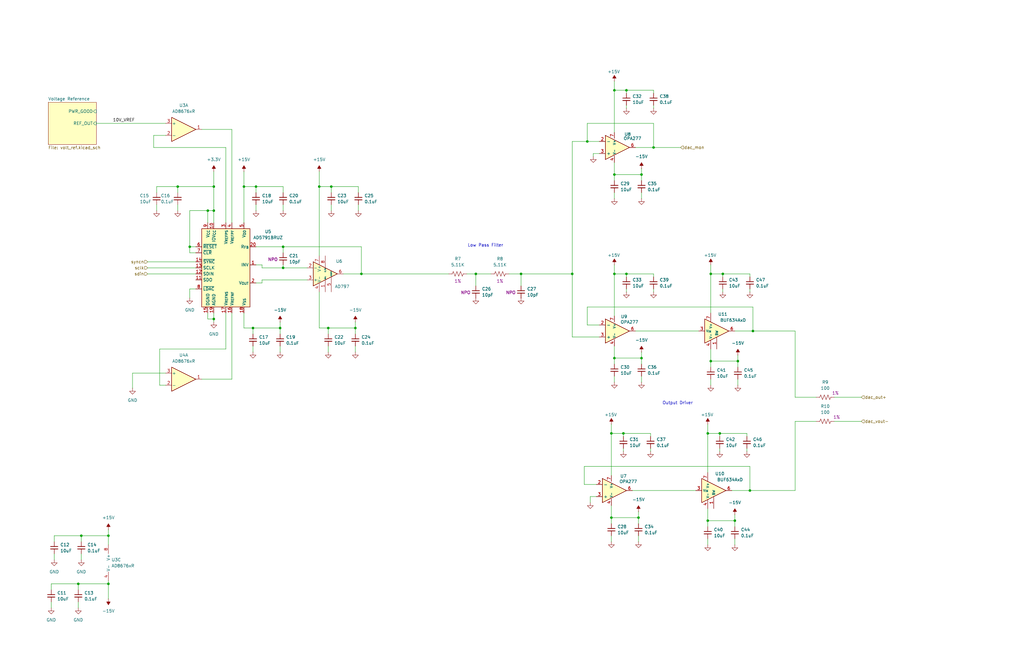
<source format=kicad_sch>
(kicad_sch (version 20250114) (generator "eeschema") (generator_version "9.0")
  (paper "B")
  (lib_symbols
    (symbol "Amplifier_Buffer:BUF634AxD"
      (property "Reference" "U" (at 6.35 2.54 0))
      (property "Value" "BUF634AxD" (at 7.62 -2.54 0))
      (symbol "BUF634AxD_0_1"
        (polyline (pts (xy 5.08 0) (xy -5.08 5.08) (xy -5.08 -5.08) (xy 5.08 0)) (stroke (width 0.254)) (fill (type background)))
      )
      (symbol "BUF634AxD_1_1"
        (pin input line (at -7.62 0 0) (length 2.54) (name "V_{IN}") (number "3"))
        (pin no_connect line (at -5.08 5.08 0) (length 2.54) (hide yes) (name "NC") (number "2"))
        (pin no_connect line (at -5.08 2.54 0) (length 2.54) (hide yes) (name "NC") (number "5"))
        (pin no_connect line (at -5.08 -2.54 0) (length 2.54) (hide yes) (name "NC") (number "8"))
        (pin power_in line (at -2.54 7.62 270) (length 3.81) (name "V+") (number "7"))
        (pin power_in line (at -2.54 -7.62 90) (length 3.81) (name "V-") (number "4"))
        (pin input line (at 0 -7.62 90) (length 5.08) (name "BW") (number "1"))
        (pin output line (at 7.62 0 180) (length 2.54) (name "~") (number "6"))
      )
    )
    (symbol "Amplifier_Operational:AD8676xR" (pin_names (offset 0.127))
      (property "Reference" "U" (at 2.54 6.35 0))
      (property "Value" "AD8676xR" (at 2.54 3.81 0))
      (symbol "AD8676xR_1_1"
        (polyline (pts (xy 5.08 0) (xy -5.08 5.08) (xy -5.08 -5.08) (xy 5.08 0)) (stroke (width 0.254)) (fill (type background)))
        (pin input line (at -7.62 2.54 0) (length 2.54) (name "+") (number "3"))
        (pin input line (at -7.62 -2.54 0) (length 2.54) (name "-") (number "2"))
        (pin output line (at 7.62 0 180) (length 2.54) (name "~") (number "1"))
      )
      (symbol "AD8676xR_2_1"
        (polyline (pts (xy 5.08 0) (xy -5.08 5.08) (xy -5.08 -5.08) (xy 5.08 0)) (stroke (width 0.254)) (fill (type background)))
        (pin input line (at -7.62 2.54 0) (length 2.54) (name "+") (number "5"))
        (pin input line (at -7.62 -2.54 0) (length 2.54) (name "-") (number "6"))
        (pin output line (at 7.62 0 180) (length 2.54) (name "~") (number "7"))
      )
      (symbol "AD8676xR_3_1"
        (pin power_in line (at 0 7.62 270) (length 3.81) (name "V+") (number "8"))
        (pin power_in line (at 0 -7.62 90) (length 3.81) (name "V-") (number "4"))
      )
    )
    (symbol "Device:C_Small" (pin_numbers (hide yes)) (pin_names (offset 0.254) (hide yes))
      (property "Reference" "C" (at 0.254 1.778 0))
      (property "Value" "C_Small" (at 0.254 -2.032 0))
      (symbol "C_Small_0_1"
        (polyline (pts (xy -1.524 0.508) (xy 1.524 0.508)) (stroke (width 0.3048)))
        (polyline (pts (xy -1.524 -0.508) (xy 1.524 -0.508)) (stroke (width 0.3302)))
      )
      (symbol "C_Small_1_1"
        (pin passive line (at 0 2.54 270) (length 2.032) (name "~") (number "1"))
        (pin passive line (at 0 -2.54 90) (length 2.032) (name "~") (number "2"))
      )
    )
    (symbol "Device:R_US" (pin_numbers (hide yes)) (pin_names (offset 0))
      (property "Reference" "R" (at 2.54 0 90))
      (property "Value" "R_US" (at -2.54 0 90))
      (symbol "R_US_0_1"
        (polyline (pts (xy 0 2.286) (xy 0 2.54)))
        (polyline (pts (xy 0 2.286) (xy 1.016 1.905) (xy 0 1.524) (xy -1.016 1.143) (xy 0 0.762)))
        (polyline (pts (xy 0 0.762) (xy 1.016 0.381) (xy 0 0) (xy -1.016 -0.381) (xy 0 -0.762)))
        (polyline (pts (xy 0 -0.762) (xy 1.016 -1.143) (xy 0 -1.524) (xy -1.016 -1.905) (xy 0 -2.286)))
        (polyline (pts (xy 0 -2.286) (xy 0 -2.54)))
      )
      (symbol "R_US_1_1"
        (pin passive line (at 0 3.81 270) (length 1.27) (name "~") (number "1"))
        (pin passive line (at 0 -3.81 90) (length 1.27) (name "~") (number "2"))
      )
    )
    (symbol "PSC:+15V" (power) (pin_numbers (hide yes)) (pin_names (offset 0) (hide yes))
      (property "Value" "+15V" (at 0 3.556 0))
      (symbol "+15V_0_0"
        (pin power_in line (at 0 0 90) (length 0) (name "~") (number "1"))
      )
      (symbol "+15V_0_1"
        (polyline (pts (xy 0 0) (xy 0 1.27) (xy 0.762 1.27) (xy 0 2.54) (xy -0.762 1.27) (xy 0 1.27)) (fill (type outline)))
      )
    )
    (symbol "PSC:+3V3" (power) (pin_numbers (hide yes)) (pin_names (offset 0) (hide yes))
      (property "Value" "+3.3V" (at 0 3.556 0))
      (symbol "+3V3_0_0"
        (pin power_in line (at 0 0 90) (length 0) (name "~") (number "1"))
      )
      (symbol "+3V3_0_1"
        (polyline (pts (xy 0 0) (xy 0 1.27) (xy 0.762 1.27) (xy 0 2.54) (xy -0.762 1.27) (xy 0 1.27)) (fill (type outline)))
      )
    )
    (symbol "PSC:AD5791BRUZ"
      (property "Reference" "U4" (at 17.78 14.0402 0))
      (property "Value" "AD5791BRUZ" (at 17.78 11.5002 0))
      (symbol "AD5791BRUZ_1_1"
        (rectangle (start -10.16 15.24) (end 10.16 -17.78) (stroke (width 0.254)) (fill (type background)))
        (pin input line (at -12.7 7.62 0) (length 2.54) (name "~{RESET}") (number "6"))
        (pin input line (at -12.7 5.08 0) (length 2.54) (name "~{CLR}") (number "7"))
        (pin input line (at -12.7 1.27 0) (length 2.54) (name "~{SYNC}") (number "14"))
        (pin input line (at -12.7 -1.27 0) (length 2.54) (name "SCLK") (number "13"))
        (pin input line (at -12.7 -3.81 0) (length 2.54) (name "SDIN") (number "12"))
        (pin output line (at -12.7 -6.35 0) (length 2.54) (name "SDO") (number "11"))
        (pin input line (at -12.7 -10.16 0) (length 2.54) (name "~{LDAC}") (number "8"))
        (pin power_in line (at -7.62 17.78 270) (length 2.54) (name "V_{CC}") (number "9"))
        (pin power_in line (at -7.62 -20.32 90) (length 2.54) (name "DGND") (number "15"))
        (pin power_in line (at -5.08 17.78 270) (length 2.54) (name "IOV_{CC}") (number "10"))
        (pin power_in line (at -5.08 -20.32 90) (length 2.54) (name "AGND") (number "19"))
        (pin output line (at 0 17.78 270) (length 2.54) (name "V_{REFPS}") (number "3"))
        (pin output line (at 0 -20.32 90) (length 2.54) (name "V_{REFNS}") (number "17"))
        (pin input line (at 2.54 17.78 270) (length 2.54) (name "V_{REFPF}") (number "4"))
        (pin input line (at 2.54 -20.32 90) (length 2.54) (name "V_{REFNF}") (number "16"))
        (pin power_in line (at 7.62 17.78 270) (length 2.54) (name "V_{DD}") (number "5"))
        (pin power_in line (at 7.62 -20.32 90) (length 2.54) (name "V_{SS}") (number "18"))
        (pin passive line (at 12.7 7.62 180) (length 2.54) (name "R_{FB}") (number "20"))
        (pin output line (at 12.7 0 180) (length 2.54) (name "INV") (number "1"))
        (pin output line (at 12.7 -7.62 180) (length 2.54) (name "V_{OUT}") (number "2"))
      )
    )
    (symbol "PSC:AD797" (pin_names (offset 0.127))
      (property "Reference" "U" (at 1.27 6.35 0))
      (property "Value" "AD797" (at 1.27 3.81 0))
      (symbol "AD797_0_1"
        (polyline (pts (xy -5.08 5.08) (xy 5.08 0) (xy -5.08 -5.08) (xy -5.08 5.08)) (stroke (width 0.254)) (fill (type background)))
      )
      (symbol "AD797_1_1"
        (pin input line (at -7.62 2.54 0) (length 2.54) (name "-") (number "2"))
        (pin input line (at -7.62 -2.54 0) (length 2.54) (name "+") (number "3"))
        (pin power_in line (at -2.54 7.62 270) (length 3.81) (name "V+") (number "7"))
        (pin power_in line (at -2.54 -7.62 90) (length 3.81) (name "V-") (number "4"))
        (pin input line (at 0 7.62 270) (length 5.08) (name "C/B") (number "8"))
        (pin input line (at 0 -7.62 90) (length 5.08) (name "BAL") (number "1"))
        (pin input line (at 2.54 -7.62 90) (length 6.35) (name "COMP") (number "5"))
        (pin output line (at 7.62 0 180) (length 2.54) (name "~") (number "6"))
      )
    )
    (symbol "PSC:opa277"
      (property "Reference" "U" (at 5.842 -0.508 0))
      (property "Value" "OPA277" (at 8.382 -2.54 0))
      (symbol "opa277_0_1"
        (polyline (pts (xy -1.27 -1.27) (xy -1.27 -11.43) (xy 8.89 -6.35) (xy -1.27 -1.27)) (stroke (width 0.254)) (fill (type background)))
      )
      (symbol "opa277_1_1"
        (pin input line (at -3.81 -3.81 0) (length 2.54) (name "-") (number "2"))
        (pin input line (at -3.81 -8.89 0) (length 2.54) (name "+") (number "3"))
        (pin power_in line (at 2.54 0 270) (length 2.54) (name "V+") (number "7"))
        (pin power_in line (at 2.54 -12.7 90) (length 2.794) (name "V-") (number "4"))
        (pin output line (at 11.43 -6.35 180) (length 2.54) (name "") (number "6"))
      )
    )
    (symbol "power:-15V" (power) (pin_numbers (hide yes)) (pin_names (offset 0) (hide yes))
      (property "Value" "-15V" (at 0 3.556 0))
      (symbol "-15V_0_0"
        (pin power_in line (at 0 0 90) (length 0) (name "~") (number "1"))
      )
      (symbol "-15V_0_1"
        (polyline (pts (xy 0 0) (xy 0 1.27) (xy 0.762 1.27) (xy 0 2.54) (xy -0.762 1.27) (xy 0 1.27)) (fill (type outline)))
      )
    )
    (symbol "power:GND" (power) (pin_numbers (hide yes)) (pin_names (offset 0) (hide yes))
      (property "Value" "GND" (at 0 -3.81 0))
      (symbol "GND_0_1"
        (polyline (pts (xy 0 0) (xy 0 -1.27) (xy 1.27 -1.27) (xy 0 -2.54) (xy -1.27 -1.27) (xy 0 -1.27)))
      )
      (symbol "GND_1_1"
        (pin power_in line (at 0 0 270) (length 0) (name "~") (number "1"))
      )
    )
  )
  (text "Output Driver\n" (at 285.75 170.18 0) (effects (font (size 1.27 1.27))))
  (text "Low Pass Filter\n" (at 204.724 103.632 0) (effects (font (size 1.27 1.27))))
  (junction (at 259.08 115.57))
  (junction (at 270.51 151.13))
  (junction (at 45.72 246.38))
  (junction (at 317.5 139.7))
  (junction (at 106.68 138.43))
  (junction (at 304.8 115.57))
  (junction (at 298.45 219.71))
  (junction (at 138.43 138.43))
  (junction (at 134.62 78.74))
  (junction (at 90.17 78.74))
  (junction (at 152.4 115.57))
  (junction (at 264.16 38.1))
  (junction (at 309.88 219.71))
  (junction (at 275.59 62.23))
  (junction (at 299.72 115.57))
  (junction (at 316.23 207.01))
  (junction (at 311.15 152.4))
  (junction (at 200.66 115.57))
  (junction (at 269.24 218.44))
  (junction (at 259.08 151.13))
  (junction (at 118.11 138.43))
  (junction (at 259.08 38.1))
  (junction (at 303.53 182.88))
  (junction (at 45.72 226.06))
  (junction (at 34.29 226.06))
  (junction (at 119.38 104.14))
  (junction (at 299.72 152.4))
  (junction (at 74.93 78.74))
  (junction (at 247.65 59.69))
  (junction (at 80.01 104.14))
  (junction (at 264.16 115.57))
  (junction (at 241.3 115.57))
  (junction (at 119.38 113.03))
  (junction (at 257.81 182.88))
  (junction (at 90.17 134.62))
  (junction (at 298.45 182.88))
  (junction (at 107.95 78.74))
  (junction (at 257.81 218.44))
  (junction (at 87.63 88.9))
  (junction (at 139.7 78.74))
  (junction (at 33.02 246.38))
  (junction (at 219.71 115.57))
  (junction (at 270.51 73.66))
  (junction (at 149.86 138.43))
  (junction (at 90.17 88.9))
  (junction (at 259.08 73.66))
  (junction (at 262.89 182.88))
  (junction (at 102.87 78.74))
  (wire (pts (xy 264.16 45.72) (xy 264.16 44.45)))
  (wire (pts (xy 298.45 214.63) (xy 298.45 219.71)))
  (wire (pts (xy 317.5 139.7) (xy 309.88 139.7)))
  (wire (pts (xy 74.93 86.36) (xy 74.93 88.9)))
  (wire (pts (xy 275.59 116.84) (xy 275.59 115.57)))
  (wire (pts (xy 275.59 52.07) (xy 275.59 62.23)))
  (wire (pts (xy 250.19 64.77) (xy 252.73 64.77)))
  (wire (pts (xy 252.73 59.69) (xy 247.65 59.69)))
  (wire (pts (xy 299.72 154.94) (xy 299.72 152.4)))
  (wire (pts (xy 257.81 213.36) (xy 257.81 218.44)))
  (wire (pts (xy 119.38 113.03) (xy 129.54 113.03)))
  (wire (pts (xy 299.72 115.57) (xy 299.72 111.76)))
  (wire (pts (xy 257.81 218.44) (xy 269.24 218.44)))
  (wire (pts (xy 259.08 73.66) (xy 270.51 73.66)))
  (wire (pts (xy 269.24 215.9) (xy 269.24 218.44)))
  (wire (pts (xy 299.72 152.4) (xy 311.15 152.4)))
  (wire (pts (xy 200.66 115.57) (xy 200.66 120.65)))
  (wire (pts (xy 259.08 115.57) (xy 259.08 133.35)))
  (wire (pts (xy 298.45 219.71) (xy 309.88 219.71)))
  (wire (pts (xy 107.95 78.74) (xy 119.38 78.74)))
  (wire (pts (xy 152.4 104.14) (xy 152.4 115.57)))
  (wire (pts (xy 134.62 78.74) (xy 134.62 107.95)))
  (wire (pts (xy 87.63 134.62) (xy 90.17 134.62)))
  (wire (pts (xy 316.23 207.01) (xy 308.61 207.01)))
  (wire (pts (xy 270.51 83.82) (xy 270.51 81.28)))
  (wire (pts (xy 66.04 81.28) (xy 66.04 78.74)))
  (wire (pts (xy 102.87 132.08) (xy 102.87 138.43)))
  (wire (pts (xy 102.87 138.43) (xy 106.68 138.43)))
  (wire (pts (xy 110.49 118.11) (xy 129.54 118.11)))
  (wire (pts (xy 107.95 119.38) (xy 110.49 119.38)))
  (wire (pts (xy 85.09 54.61) (xy 97.79 54.61)))
  (wire (pts (xy 309.88 229.87) (xy 309.88 227.33)))
  (wire (pts (xy 45.72 226.06) (xy 45.72 229.87)))
  (wire (pts (xy 62.23 113.03) (xy 82.55 113.03)))
  (wire (pts (xy 66.04 78.74) (xy 74.93 78.74)))
  (wire (pts (xy 55.88 157.48) (xy 55.88 163.83)))
  (wire (pts (xy 64.77 62.23) (xy 95.25 62.23)))
  (wire (pts (xy 274.32 190.5) (xy 274.32 189.23)))
  (wire (pts (xy 309.88 222.25) (xy 309.88 219.71)))
  (wire (pts (xy 259.08 38.1) (xy 259.08 34.29)))
  (wire (pts (xy 303.53 184.15) (xy 303.53 182.88)))
  (wire (pts (xy 95.25 62.23) (xy 95.25 93.98)))
  (wire (pts (xy 200.66 115.57) (xy 207.01 115.57)))
  (wire (pts (xy 259.08 76.2) (xy 259.08 73.66)))
  (wire (pts (xy 62.23 110.49) (xy 82.55 110.49)))
  (wire (pts (xy 102.87 78.74) (xy 107.95 78.74)))
  (wire (pts (xy 102.87 78.74) (xy 102.87 72.39)))
  (wire (pts (xy 344.17 167.64) (xy 335.28 167.64)))
  (wire (pts (xy 22.86 228.6) (xy 22.86 226.06)))
  (wire (pts (xy 106.68 140.97) (xy 106.68 138.43)))
  (wire (pts (xy 270.51 71.12) (xy 270.51 73.66)))
  (wire (pts (xy 264.16 38.1) (xy 275.59 38.1)))
  (wire (pts (xy 69.85 162.56) (xy 67.31 162.56)))
  (wire (pts (xy 264.16 115.57) (xy 275.59 115.57)))
  (wire (pts (xy 259.08 151.13) (xy 270.51 151.13)))
  (wire (pts (xy 110.49 119.38) (xy 110.49 118.11)))
  (wire (pts (xy 119.38 111.76) (xy 119.38 113.03)))
  (wire (pts (xy 34.29 228.6) (xy 34.29 226.06)))
  (wire (pts (xy 259.08 83.82) (xy 259.08 81.28)))
  (wire (pts (xy 138.43 148.59) (xy 138.43 146.05)))
  (wire (pts (xy 335.28 167.64) (xy 335.28 139.7)))
  (wire (pts (xy 214.63 115.57) (xy 219.71 115.57)))
  (wire (pts (xy 118.11 148.59) (xy 118.11 146.05)))
  (wire (pts (xy 90.17 72.39) (xy 90.17 78.74)))
  (wire (pts (xy 259.08 161.29) (xy 259.08 158.75)))
  (wire (pts (xy 34.29 226.06) (xy 45.72 226.06)))
  (wire (pts (xy 335.28 139.7) (xy 317.5 139.7)))
  (wire (pts (xy 257.81 182.88) (xy 262.89 182.88)))
  (wire (pts (xy 67.31 147.32) (xy 95.25 147.32)))
  (wire (pts (xy 97.79 132.08) (xy 97.79 160.02)))
  (wire (pts (xy 80.01 104.14) (xy 80.01 106.68)))
  (wire (pts (xy 106.68 138.43) (xy 118.11 138.43)))
  (wire (pts (xy 33.02 256.54) (xy 33.02 254)))
  (wire (pts (xy 316.23 116.84) (xy 316.23 115.57)))
  (wire (pts (xy 90.17 78.74) (xy 90.17 88.9)))
  (wire (pts (xy 259.08 153.67) (xy 259.08 151.13)))
  (wire (pts (xy 107.95 88.9) (xy 107.95 86.36)))
  (wire (pts (xy 298.45 182.88) (xy 298.45 199.39)))
  (wire (pts (xy 90.17 132.08) (xy 90.17 134.62)))
  (wire (pts (xy 299.72 115.57) (xy 304.8 115.57)))
  (wire (pts (xy 270.51 76.2) (xy 270.51 73.66)))
  (wire (pts (xy 257.81 228.6) (xy 257.81 226.06)))
  (wire (pts (xy 138.43 140.97) (xy 138.43 138.43)))
  (wire (pts (xy 264.16 39.37) (xy 264.16 38.1)))
  (wire (pts (xy 118.11 140.97) (xy 118.11 138.43)))
  (wire (pts (xy 45.72 223.52) (xy 45.72 226.06)))
  (wire (pts (xy 264.16 123.19) (xy 264.16 121.92)))
  (wire (pts (xy 259.08 68.58) (xy 259.08 73.66)))
  (wire (pts (xy 241.3 142.24) (xy 252.73 142.24)))
  (wire (pts (xy 247.65 59.69) (xy 247.65 52.07)))
  (wire (pts (xy 134.62 78.74) (xy 139.7 78.74)))
  (wire (pts (xy 259.08 115.57) (xy 264.16 115.57)))
  (wire (pts (xy 298.45 222.25) (xy 298.45 219.71)))
  (wire (pts (xy 152.4 115.57) (xy 189.23 115.57)))
  (wire (pts (xy 22.86 226.06) (xy 34.29 226.06)))
  (wire (pts (xy 152.4 115.57) (xy 144.78 115.57)))
  (wire (pts (xy 219.71 115.57) (xy 219.71 120.65)))
  (wire (pts (xy 118.11 135.89) (xy 118.11 138.43)))
  (wire (pts (xy 250.19 66.04) (xy 250.19 64.77)))
  (wire (pts (xy 151.13 88.9) (xy 151.13 86.36)))
  (wire (pts (xy 262.89 182.88) (xy 274.32 182.88)))
  (wire (pts (xy 139.7 88.9) (xy 139.7 86.36)))
  (wire (pts (xy 33.02 248.92) (xy 33.02 246.38)))
  (wire (pts (xy 107.95 104.14) (xy 119.38 104.14)))
  (wire (pts (xy 119.38 104.14) (xy 119.38 106.68)))
  (wire (pts (xy 90.17 134.62) (xy 90.17 135.89)))
  (wire (pts (xy 275.59 62.23) (xy 267.97 62.23)))
  (wire (pts (xy 314.96 190.5) (xy 314.96 189.23)))
  (wire (pts (xy 251.46 204.47) (xy 246.38 204.47)))
  (wire (pts (xy 110.49 111.76) (xy 110.49 113.03)))
  (wire (pts (xy 66.04 88.9) (xy 66.04 86.36)))
  (wire (pts (xy 95.25 147.32) (xy 95.25 132.08)))
  (wire (pts (xy 80.01 106.68) (xy 82.55 106.68)))
  (wire (pts (xy 298.45 229.87) (xy 298.45 227.33)))
  (wire (pts (xy 275.59 45.72) (xy 275.59 44.45)))
  (wire (pts (xy 270.51 148.59) (xy 270.51 151.13)))
  (wire (pts (xy 149.86 148.59) (xy 149.86 146.05)))
  (wire (pts (xy 262.89 190.5) (xy 262.89 189.23)))
  (wire (pts (xy 247.65 52.07) (xy 275.59 52.07)))
  (wire (pts (xy 267.97 139.7) (xy 294.64 139.7)))
  (wire (pts (xy 269.24 220.98) (xy 269.24 218.44)))
  (wire (pts (xy 304.8 116.84) (xy 304.8 115.57)))
  (wire (pts (xy 259.08 38.1) (xy 264.16 38.1)))
  (wire (pts (xy 80.01 104.14) (xy 82.55 104.14)))
  (wire (pts (xy 251.46 209.55) (xy 248.92 209.55)))
  (wire (pts (xy 134.62 78.74) (xy 134.62 72.39)))
  (wire (pts (xy 351.79 177.8) (xy 363.22 177.8)))
  (wire (pts (xy 110.49 113.03) (xy 119.38 113.03)))
  (wire (pts (xy 266.7 207.01) (xy 293.37 207.01)))
  (wire (pts (xy 311.15 149.86) (xy 311.15 152.4)))
  (wire (pts (xy 134.62 123.19) (xy 134.62 138.43)))
  (wire (pts (xy 270.51 161.29) (xy 270.51 158.75)))
  (wire (pts (xy 107.95 81.28) (xy 107.95 78.74)))
  (wire (pts (xy 149.86 140.97) (xy 149.86 138.43)))
  (wire (pts (xy 22.86 236.22) (xy 22.86 233.68)))
  (wire (pts (xy 34.29 236.22) (xy 34.29 233.68)))
  (wire (pts (xy 138.43 138.43) (xy 149.86 138.43)))
  (wire (pts (xy 275.59 123.19) (xy 275.59 121.92)))
  (wire (pts (xy 257.81 220.98) (xy 257.81 218.44)))
  (wire (pts (xy 87.63 132.08) (xy 87.63 134.62)))
  (wire (pts (xy 119.38 81.28) (xy 119.38 78.74)))
  (wire (pts (xy 69.85 157.48) (xy 55.88 157.48)))
  (wire (pts (xy 102.87 93.98) (xy 102.87 78.74)))
  (wire (pts (xy 119.38 104.14) (xy 152.4 104.14)))
  (wire (pts (xy 259.08 115.57) (xy 259.08 111.76)))
  (wire (pts (xy 304.8 123.19) (xy 304.8 121.92)))
  (wire (pts (xy 21.59 246.38) (xy 33.02 246.38)))
  (wire (pts (xy 248.92 209.55) (xy 248.92 212.09)))
  (wire (pts (xy 246.38 204.47) (xy 246.38 196.85)))
  (wire (pts (xy 106.68 148.59) (xy 106.68 146.05)))
  (wire (pts (xy 316.23 123.19) (xy 316.23 121.92)))
  (wire (pts (xy 298.45 182.88) (xy 298.45 179.07)))
  (wire (pts (xy 262.89 184.15) (xy 262.89 182.88)))
  (wire (pts (xy 246.38 196.85) (xy 316.23 196.85)))
  (wire (pts (xy 317.5 129.54) (xy 317.5 139.7)))
  (wire (pts (xy 299.72 162.56) (xy 299.72 160.02)))
  (wire (pts (xy 67.31 162.56) (xy 67.31 147.32)))
  (wire (pts (xy 90.17 88.9) (xy 90.17 93.98)))
  (wire (pts (xy 134.62 138.43) (xy 138.43 138.43)))
  (wire (pts (xy 85.09 160.02) (xy 97.79 160.02)))
  (wire (pts (xy 247.65 137.16) (xy 247.65 129.54)))
  (wire (pts (xy 40.64 52.07) (xy 69.85 52.07)))
  (wire (pts (xy 257.81 182.88) (xy 257.81 179.07)))
  (wire (pts (xy 257.81 182.88) (xy 257.81 200.66)))
  (wire (pts (xy 314.96 184.15) (xy 314.96 182.88)))
  (wire (pts (xy 335.28 177.8) (xy 344.17 177.8)))
  (wire (pts (xy 264.16 116.84) (xy 264.16 115.57)))
  (wire (pts (xy 21.59 248.92) (xy 21.59 246.38)))
  (wire (pts (xy 274.32 184.15) (xy 274.32 182.88)))
  (wire (pts (xy 110.49 111.76) (xy 107.95 111.76)))
  (wire (pts (xy 269.24 228.6) (xy 269.24 226.06)))
  (wire (pts (xy 82.55 121.92) (xy 80.01 121.92)))
  (wire (pts (xy 298.45 182.88) (xy 303.53 182.88)))
  (wire (pts (xy 21.59 256.54) (xy 21.59 254)))
  (wire (pts (xy 119.38 88.9) (xy 119.38 86.36)))
  (wire (pts (xy 241.3 59.69) (xy 247.65 59.69)))
  (wire (pts (xy 219.71 115.57) (xy 241.3 115.57)))
  (wire (pts (xy 259.08 146.05) (xy 259.08 151.13)))
  (wire (pts (xy 64.77 57.15) (xy 64.77 62.23)))
  (wire (pts (xy 139.7 78.74) (xy 151.13 78.74)))
  (wire (pts (xy 316.23 207.01) (xy 335.28 207.01)))
  (wire (pts (xy 74.93 78.74) (xy 90.17 78.74)))
  (wire (pts (xy 33.02 246.38) (xy 45.72 246.38)))
  (wire (pts (xy 303.53 182.88) (xy 314.96 182.88)))
  (wire (pts (xy 311.15 154.94) (xy 311.15 152.4)))
  (wire (pts (xy 74.93 81.28) (xy 74.93 78.74)))
  (wire (pts (xy 87.63 93.98) (xy 87.63 88.9)))
  (wire (pts (xy 275.59 62.23) (xy 287.02 62.23)))
  (wire (pts (xy 303.53 190.5) (xy 303.53 189.23)))
  (wire (pts (xy 311.15 162.56) (xy 311.15 160.02)))
  (wire (pts (xy 304.8 115.57) (xy 316.23 115.57)))
  (wire (pts (xy 151.13 81.28) (xy 151.13 78.74)))
  (wire (pts (xy 149.86 135.89) (xy 149.86 138.43)))
  (wire (pts (xy 299.72 115.57) (xy 299.72 132.08)))
  (wire (pts (xy 241.3 115.57) (xy 241.3 142.24)))
  (wire (pts (xy 299.72 147.32) (xy 299.72 152.4)))
  (wire (pts (xy 309.88 217.17) (xy 309.88 219.71)))
  (wire (pts (xy 252.73 137.16) (xy 247.65 137.16)))
  (wire (pts (xy 275.59 39.37) (xy 275.59 38.1)))
  (wire (pts (xy 62.23 115.57) (xy 82.55 115.57)))
  (wire (pts (xy 87.63 88.9) (xy 80.01 88.9)))
  (wire (pts (xy 259.08 38.1) (xy 259.08 55.88)))
  (wire (pts (xy 270.51 153.67) (xy 270.51 151.13)))
  (wire (pts (xy 45.72 245.11) (xy 45.72 246.38)))
  (wire (pts (xy 80.01 88.9) (xy 80.01 104.14)))
  (wire (pts (xy 139.7 81.28) (xy 139.7 78.74)))
  (wire (pts (xy 351.79 167.64) (xy 363.22 167.64)))
  (wire (pts (xy 316.23 196.85) (xy 316.23 207.01)))
  (wire (pts (xy 241.3 115.57) (xy 241.3 59.69)))
  (wire (pts (xy 97.79 54.61) (xy 97.79 93.98)))
  (wire (pts (xy 45.72 246.38) (xy 45.72 252.73)))
  (wire (pts (xy 335.28 207.01) (xy 335.28 177.8)))
  (wire (pts (xy 87.63 88.9) (xy 90.17 88.9)))
  (wire (pts (xy 196.85 115.57) (xy 200.66 115.57)))
  (wire (pts (xy 69.85 57.15) (xy 64.77 57.15)))
  (wire (pts (xy 80.01 121.92) (xy 80.01 125.73)))
  (wire (pts (xy 247.65 129.54) (xy 317.5 129.54)))
  (label "10V_VREF" (at 47.5762 51.6792 0))
  (hierarchical_label "sclk" (shape input) (at 62.23 113.03 180))
  (hierarchical_label "dac_mon" (shape input) (at 287.02 62.23 0))
  (hierarchical_label "syncn" (shape input) (at 62.23 110.49 180))
  (hierarchical_label "sdin" (shape input) (at 62.23 115.57 180))
  (hierarchical_label "dac_out+" (shape input) (at 363.22 167.64 0))
  (hierarchical_label "dac_vout-" (shape input) (at 363.22 177.8 0))
  (symbol (lib_id "Device:C_Small") (at 316.23 119.38 0) (unit 1)
    (property "Reference" "C47" (at 318.77 118.1162 0) (effects (justify left)))
    (property "Value" "0.1uF" (at 318.77 120.6562 0) (effects (justify left)))
    (property "Footprint" "Capacitor_SMD:C_0402_1005Metric" (effects (hide yes)))
    (property "Description" "Unpolarized capacitor, small symbol" (effects (hide yes)))
  )
  (symbol (lib_id "PSC:AD5791BRUZ") (at 95.25 111.76 0) (unit 1)
    (property "Reference" "U5" (at 113.03 97.7198 0))
    (property "Value" "AD5791BRUZ" (at 113.03 100.2598 0))
    (property "Footprint" "Package_SO:TSSOP-20_4.4x6.5mm_P0.65mm" (effects (hide yes)))
    (property "Datasheet" "https://www.analog.com/media/en/technical-documentation/data-sheets/ad5791.pdf" (effects (hide yes)))
    (property "Description" "1 ppm, 20-Bit, ±1 LSB INL, Voltage Output DAC, TSSOP-20" (effects (hide yes)))
  )
  (symbol (lib_id "PSC:+15V") (at 257.81 179.07 0) (unit 1)
    (property "Reference" "#PWR047" (effects (hide yes)))
    (property "Value" "+15V" (at 257.556 175.006 0))
    (property "Description" "Power symbol creates a global label with name \"-15V\"" (effects (hide yes)))
  )
  (symbol (lib_id "power:GND") (at 22.86 236.22 0) (unit 1)
    (property "Reference" "#PWR020" (effects (hide yes)))
    (property "Value" "GND" (at 22.86 241.3 0))
    (property "Description" "Power symbol creates a global label with name \"GND\" , ground" (effects (hide yes)))
  )
  (symbol (lib_id "PSC:+15V") (at 102.87 72.39 0) (unit 1)
    (property "Reference" "#PWR031" (effects (hide yes)))
    (property "Value" "+15V" (at 102.87 67.31 0))
    (property "Description" "Power symbol creates a global label with name \"-15V\"" (effects (hide yes)))
  )
  (symbol (lib_id "Device:C_Small") (at 257.81 223.52 0) (unit 1)
    (property "Reference" "C28" (at 260.35 222.2562 0) (effects (justify left)))
    (property "Value" "10uF" (at 260.35 224.7962 0) (effects (justify left)))
    (property "Footprint" "Capacitor_SMD:C_0603_1608Metric" (effects (hide yes)))
    (property "Description" "Unpolarized capacitor, small symbol" (effects (hide yes)))
    (property "Voltage" "25V" (effects (hide yes)))
  )
  (symbol (lib_id "power:GND") (at 262.89 190.5 0) (unit 1)
    (property "Reference" "#PWR053" (effects (hide yes)))
    (property "Value" "GND" (effects (hide yes)))
    (property "Description" "Power symbol creates a global label with name \"GND\" , ground" (effects (hide yes)))
  )
  (symbol (lib_id "power:GND") (at 149.86 148.59 0) (unit 1)
    (property "Reference" "#PWR041" (effects (hide yes)))
    (property "Value" "GND" (effects (hide yes)))
    (property "Description" "Power symbol creates a global label with name \"GND\" , ground" (effects (hide yes)))
  )
  (symbol (lib_id "power:-15V") (at 118.11 135.89 0) (unit 1)
    (property "Reference" "#PWR034" (effects (hide yes)))
    (property "Value" "-15V" (at 118.11 130.81 0))
    (property "Description" "Power symbol creates a global label with name \"-15V\"" (effects (hide yes)))
  )
  (symbol (lib_id "Device:C_Small") (at 304.8 119.38 0) (unit 1)
    (property "Reference" "C43" (at 307.34 118.1162 0) (effects (justify left)))
    (property "Value" "10uF" (at 307.34 120.6562 0) (effects (justify left)))
    (property "Footprint" "Capacitor_SMD:C_0603_1608Metric" (effects (hide yes)))
    (property "Description" "Unpolarized capacitor, small symbol" (effects (hide yes)))
    (property "Voltage" "25V" (effects (hide yes)))
  )
  (symbol (lib_id "power:GND") (at 34.29 236.22 0) (unit 1)
    (property "Reference" "#PWR022" (effects (hide yes)))
    (property "Value" "GND" (at 34.29 241.3 0))
    (property "Description" "Power symbol creates a global label with name \"GND\" , ground" (effects (hide yes)))
  )
  (symbol (lib_id "PSC:+15V") (at 45.72 223.52 0) (unit 1)
    (property "Reference" "#PWR023" (effects (hide yes)))
    (property "Value" "+15V" (at 45.72 218.44 0))
    (property "Description" "Power symbol creates a global label with name \"-15V\"" (effects (hide yes)))
  )
  (symbol (lib_id "power:GND") (at 299.72 162.56 0) (unit 1)
    (property "Reference" "#PWR068" (effects (hide yes)))
    (property "Value" "GND" (effects (hide yes)))
    (property "Description" "Power symbol creates a global label with name \"GND\" , ground" (effects (hide yes)))
  )
  (symbol (lib_id "power:GND") (at 118.11 148.59 0) (unit 1)
    (property "Reference" "#PWR035" (effects (hide yes)))
    (property "Value" "GND" (effects (hide yes)))
    (property "Description" "Power symbol creates a global label with name \"GND\" , ground" (effects (hide yes)))
  )
  (symbol (lib_id "power:GND") (at 264.16 123.19 0) (unit 1)
    (property "Reference" "#PWR055" (effects (hide yes)))
    (property "Value" "GND" (effects (hide yes)))
    (property "Description" "Power symbol creates a global label with name \"GND\" , ground" (effects (hide yes)))
  )
  (symbol (lib_id "power:GND") (at 139.7 88.9 0) (unit 1)
    (property "Reference" "#PWR039" (effects (hide yes)))
    (property "Value" "GND" (effects (hide yes)))
    (property "Description" "Power symbol creates a global label with name \"GND\" , ground" (effects (hide yes)))
  )
  (symbol (lib_id "Device:C_Small") (at 314.96 186.69 0) (unit 1)
    (property "Reference" "C46" (at 317.5 185.4262 0) (effects (justify left)))
    (property "Value" "0.1uF" (at 317.5 187.9662 0) (effects (justify left)))
    (property "Footprint" "Capacitor_SMD:C_0402_1005Metric" (effects (hide yes)))
    (property "Description" "Unpolarized capacitor, small symbol" (effects (hide yes)))
  )
  (symbol (lib_id "Device:C_Small") (at 309.88 224.79 0) (unit 1)
    (property "Reference" "C44" (at 312.42 223.5262 0) (effects (justify left)))
    (property "Value" "0.1uF" (at 312.42 226.0662 0) (effects (justify left)))
    (property "Footprint" "Capacitor_SMD:C_0402_1005Metric" (effects (hide yes)))
    (property "Description" "Unpolarized capacitor, small symbol" (effects (hide yes)))
  )
  (symbol (lib_id "PSC:+15V") (at 298.45 179.07 0) (unit 1)
    (property "Reference" "#PWR065" (effects (hide yes)))
    (property "Value" "+15V" (at 298.196 175.006 0))
    (property "Description" "Power symbol creates a global label with name \"-15V\"" (effects (hide yes)))
  )
  (symbol (lib_id "Amplifier_Operational:AD8676xR") (at 77.47 54.61 0) (unit 1)
    (property "Reference" "U3" (at 77.47 44.45 0))
    (property "Value" "AD8676xR" (at 77.47 46.99 0))
    (property "Footprint" "Package_SO:SOIC-8_3.9x4.9mm_P1.27mm" (effects (hide yes)))
    (property "Datasheet" "https://www.analog.com/media/en/technical-documentation/data-sheets/AD8676.pdf" (effects (hide yes)))
    (property "Description" "Dual operational amplifier, Ultra-precision, 36V, Rail-to-rail output, SOIC-8" (effects (hide yes)))
  )
  (symbol (lib_id "power:GND") (at 21.59 256.54 0) (unit 1)
    (property "Reference" "#PWR019" (effects (hide yes)))
    (property "Value" "GND" (at 21.59 261.62 0))
    (property "Description" "Power symbol creates a global label with name \"GND\" , ground" (effects (hide yes)))
  )
  (symbol (lib_id "power:GND") (at 106.68 148.59 0) (unit 1)
    (property "Reference" "#PWR032" (effects (hide yes)))
    (property "Value" "GND" (effects (hide yes)))
    (property "Description" "Power symbol creates a global label with name \"GND\" , ground" (effects (hide yes)))
  )
  (symbol (lib_id "power:GND") (at 314.96 190.5 0) (unit 1)
    (property "Reference" "#PWR075" (effects (hide yes)))
    (property "Value" "GND" (effects (hide yes)))
    (property "Description" "Power symbol creates a global label with name \"GND\" , ground" (effects (hide yes)))
  )
  (symbol (lib_id "power:GND") (at 274.32 190.5 0) (unit 1)
    (property "Reference" "#PWR062" (effects (hide yes)))
    (property "Value" "GND" (effects (hide yes)))
    (property "Description" "Power symbol creates a global label with name \"GND\" , ground" (effects (hide yes)))
  )
  (symbol (lib_id "Device:C_Small") (at 275.59 119.38 0) (unit 1)
    (property "Reference" "C39" (at 278.13 118.1162 0) (effects (justify left)))
    (property "Value" "0.1uF" (at 278.13 120.6562 0) (effects (justify left)))
    (property "Footprint" "Capacitor_SMD:C_0402_1005Metric" (effects (hide yes)))
    (property "Description" "Unpolarized capacitor, small symbol" (effects (hide yes)))
  )
  (symbol (lib_id "power:GND") (at 66.04 88.9 0) (unit 1)
    (property "Reference" "#PWR026" (effects (hide yes)))
    (property "Value" "GND" (effects (hide yes)))
    (property "Description" "Power symbol creates a global label with name \"GND\" , ground" (effects (hide yes)))
  )
  (symbol (lib_id "Device:C_Small") (at 264.16 119.38 0) (unit 1)
    (property "Reference" "C33" (at 266.7 118.1162 0) (effects (justify left)))
    (property "Value" "10uF" (at 266.7 120.6562 0) (effects (justify left)))
    (property "Footprint" "Capacitor_SMD:C_0603_1608Metric" (effects (hide yes)))
    (property "Description" "Unpolarized capacitor, small symbol" (effects (hide yes)))
    (property "Voltage" "25V" (effects (hide yes)))
  )
  (symbol (lib_id "Device:C_Small") (at 119.38 109.22 0) (unit 1)
    (property "Reference" "C21" (at 121.92 107.9562 0) (effects (justify left)))
    (property "Value" "10pF" (at 121.92 110.4962 0) (effects (justify left)))
    (property "Footprint" "Capacitor_SMD:C_0402_1005Metric" (effects (hide yes)))
    (property "Description" "Unpolarized capacitor, small symbol" (effects (hide yes)))
    (property "Type" "NPO" (at 115.062 109.474 0))
  )
  (symbol (lib_id "PSC:+15V") (at 299.72 111.76 0) (unit 1)
    (property "Reference" "#PWR067" (effects (hide yes)))
    (property "Value" "+15V" (at 299.466 107.696 0))
    (property "Description" "Power symbol creates a global label with name \"-15V\"" (effects (hide yes)))
  )
  (symbol (lib_id "Device:C_Small") (at 275.59 41.91 0) (unit 1)
    (property "Reference" "C38" (at 278.13 40.6462 0) (effects (justify left)))
    (property "Value" "0.1uF" (at 278.13 43.1862 0) (effects (justify left)))
    (property "Footprint" "Capacitor_SMD:C_0402_1005Metric" (effects (hide yes)))
    (property "Description" "Unpolarized capacitor, small symbol" (effects (hide yes)))
  )
  (symbol (lib_id "PSC:+15V") (at 259.08 111.76 0) (unit 1)
    (property "Reference" "#PWR051" (effects (hide yes)))
    (property "Value" "+15V" (at 258.826 107.696 0))
    (property "Description" "Power symbol creates a global label with name \"-15V\"" (effects (hide yes)))
  )
  (symbol (lib_id "PSC:opa277") (at 256.54 133.35 0) (unit 1)
    (property "Reference" "U9" (at 263.144 133.604 0))
    (property "Value" "OPA277" (at 265.43 135.89 0))
    (property "Footprint" "Package_SO:SOIC-8_3.9x4.9mm_P1.27mm" (effects (hide yes)))
    (property "Datasheet" "https://www.ti.com/product/OPA277" (effects (hide yes)))
  )
  (symbol (lib_id "power:GND") (at 248.92 212.09 0) (unit 1)
    (property "Reference" "#PWR045" (effects (hide yes)))
    (property "Value" "GND" (effects (hide yes)))
    (property "Description" "Power symbol creates a global label with name \"GND\" , ground" (effects (hide yes)))
  )
  (symbol (lib_id "Device:R_US") (at 193.04 115.57 90) (unit 1)
    (property "Reference" "R7" (at 193.04 109.22 90))
    (property "Value" "5.11K" (at 193.04 111.76 90))
    (property "Footprint" "Resistor_SMD:R_0402_1005Metric" (effects (hide yes)))
    (property "Description" "Resistor, US symbol" (effects (hide yes)))
    (property "Tolerance" "1%" (at 193.04 118.618 90))
  )
  (symbol (lib_id "PSC:+3V3") (at 90.17 72.39 0) (unit 1)
    (property "Reference" "#PWR029" (effects (hide yes)))
    (property "Value" "+3.3V" (at 90.17 67.31 0))
    (property "Description" "Power symbol creates a global label with name \"-3V3\"" (effects (hide yes)))
  )
  (symbol (lib_id "Device:C_Small") (at 106.68 143.51 0) (unit 1)
    (property "Reference" "C17" (at 109.22 142.2462 0) (effects (justify left)))
    (property "Value" "10uF" (at 109.22 144.7862 0) (effects (justify left)))
    (property "Footprint" "Capacitor_SMD:C_0603_1608Metric" (effects (hide yes)))
    (property "Description" "Unpolarized capacitor, small symbol" (effects (hide yes)))
    (property "Voltage" "25V" (effects (hide yes)))
  )
  (symbol (lib_id "Device:C_Small") (at 151.13 83.82 0) (unit 1)
    (property "Reference" "C25" (at 153.67 82.5562 0) (effects (justify left)))
    (property "Value" "0.1uF" (at 153.67 85.0962 0) (effects (justify left)))
    (property "Footprint" "Capacitor_SMD:C_0402_1005Metric" (effects (hide yes)))
    (property "Description" "Unpolarized capacitor, small symbol" (effects (hide yes)))
  )
  (symbol (lib_id "power:GND") (at 269.24 228.6 0) (unit 1)
    (property "Reference" "#PWR057" (effects (hide yes)))
    (property "Value" "GND" (effects (hide yes)))
    (property "Description" "Power symbol creates a global label with name \"GND\" , ground" (effects (hide yes)))
  )
  (symbol (lib_id "power:GND") (at 270.51 161.29 0) (unit 1)
    (property "Reference" "#PWR061" (effects (hide yes)))
    (property "Value" "GND" (effects (hide yes)))
    (property "Description" "Power symbol creates a global label with name \"GND\" , ground" (effects (hide yes)))
  )
  (symbol (lib_id "PSC:+15V") (at 259.08 34.29 0) (unit 1)
    (property "Reference" "#PWR049" (effects (hide yes)))
    (property "Value" "+15V" (at 258.826 30.226 0))
    (property "Description" "Power symbol creates a global label with name \"-15V\"" (effects (hide yes)))
  )
  (symbol (lib_id "PSC:opa277") (at 255.27 200.66 0) (unit 1)
    (property "Reference" "U7" (at 262.89 200.914 0))
    (property "Value" "OPA277" (at 264.922 203.2 0))
    (property "Footprint" "Package_SO:SOIC-8_3.9x4.9mm_P1.27mm" (effects (hide yes)))
    (property "Datasheet" "https://www.ti.com/product/OPA277" (effects (hide yes)))
  )
  (symbol (lib_id "Amplifier_Operational:AD8676xR") (at 45.72 237.49 0) (unit 3)
    (property "Reference" "U3" (at 46.99 236.2199 0) (effects (justify left)))
    (property "Value" "AD8676xR" (at 46.99 238.7599 0) (effects (justify left)))
    (property "Footprint" "Package_SO:SOIC-8_3.9x4.9mm_P1.27mm" (effects (hide yes)))
    (property "Datasheet" "https://www.analog.com/media/en/technical-documentation/data-sheets/AD8676.pdf" (effects (hide yes)))
    (property "Description" "Dual operational amplifier, Ultra-precision, 36V, Rail-to-rail output, SOIC-8" (effects (hide yes)))
  )
  (symbol (lib_id "Device:C_Small") (at 139.7 83.82 0) (unit 1)
    (property "Reference" "C23" (at 142.24 82.5562 0) (effects (justify left)))
    (property "Value" "10uF" (at 142.24 85.0962 0) (effects (justify left)))
    (property "Footprint" "Capacitor_SMD:C_0603_1608Metric" (effects (hide yes)))
    (property "Description" "Unpolarized capacitor, small symbol" (effects (hide yes)))
    (property "Voltage" "25V" (effects (hide yes)))
  )
  (symbol (lib_id "Device:C_Small") (at 107.95 83.82 0) (unit 1)
    (property "Reference" "C18" (at 110.49 82.5562 0) (effects (justify left)))
    (property "Value" "10uF" (at 110.49 85.0962 0) (effects (justify left)))
    (property "Footprint" "Capacitor_SMD:C_0603_1608Metric" (effects (hide yes)))
    (property "Description" "Unpolarized capacitor, small symbol" (effects (hide yes)))
    (property "Voltage" "25V" (effects (hide yes)))
  )
  (symbol (lib_id "power:-15V") (at 270.51 71.12 0) (unit 1)
    (property "Reference" "#PWR058" (effects (hide yes)))
    (property "Value" "-15V" (at 270.51 66.04 0))
    (property "Description" "Power symbol creates a global label with name \"-15V\"" (effects (hide yes)))
  )
  (symbol (lib_id "power:GND") (at 200.66 125.73 0) (unit 1)
    (property "Reference" "#PWR043" (effects (hide yes)))
    (property "Value" "GND" (effects (hide yes)))
    (property "Description" "Power symbol creates a global label with name \"GND\" , ground" (effects (hide yes)))
  )
  (symbol (lib_id "power:GND") (at 259.08 161.29 0) (unit 1)
    (property "Reference" "#PWR052" (effects (hide yes)))
    (property "Value" "GND" (effects (hide yes)))
    (property "Description" "Power symbol creates a global label with name \"GND\" , ground" (effects (hide yes)))
  )
  (symbol (lib_id "PSC:opa277") (at 256.54 55.88 0) (unit 1)
    (property "Reference" "U8" (at 264.668 56.642 0))
    (property "Value" "OPA277" (at 266.7 58.42 0))
    (property "Footprint" "Package_SO:SOIC-8_3.9x4.9mm_P1.27mm" (effects (hide yes)))
    (property "Datasheet" "https://www.ti.com/product/OPA277" (effects (hide yes)))
  )
  (symbol (lib_id "power:GND") (at 309.88 229.87 0) (unit 1)
    (property "Reference" "#PWR072" (effects (hide yes)))
    (property "Value" "GND" (effects (hide yes)))
    (property "Description" "Power symbol creates a global label with name \"GND\" , ground" (effects (hide yes)))
  )
  (symbol (lib_id "Amplifier_Operational:AD8676xR") (at 77.47 160.02 0) (unit 1)
    (property "Reference" "U4" (at 77.47 149.86 0))
    (property "Value" "AD8676xR" (at 77.47 152.4 0))
    (property "Footprint" "Package_SO:SOIC-8_3.9x4.9mm_P1.27mm" (effects (hide yes)))
    (property "Datasheet" "https://www.analog.com/media/en/technical-documentation/data-sheets/AD8676.pdf" (effects (hide yes)))
    (property "Description" "Dual operational amplifier, Ultra-precision, 36V, Rail-to-rail output, SOIC-8" (effects (hide yes)))
  )
  (symbol (lib_id "power:GND") (at 138.43 148.59 0) (unit 1)
    (property "Reference" "#PWR038" (effects (hide yes)))
    (property "Value" "GND" (effects (hide yes)))
    (property "Description" "Power symbol creates a global label with name \"GND\" , ground" (effects (hide yes)))
  )
  (symbol (lib_id "Device:C_Small") (at 262.89 186.69 0) (unit 1)
    (property "Reference" "C31" (at 265.43 185.4262 0) (effects (justify left)))
    (property "Value" "10uF" (at 265.43 187.9662 0) (effects (justify left)))
    (property "Footprint" "Capacitor_SMD:C_0603_1608Metric" (effects (hide yes)))
    (property "Description" "Unpolarized capacitor, small symbol" (effects (hide yes)))
    (property "Voltage" "25V" (effects (hide yes)))
  )
  (symbol (lib_id "Device:C_Small") (at 299.72 157.48 0) (unit 1)
    (property "Reference" "C41" (at 302.26 156.2162 0) (effects (justify left)))
    (property "Value" "10uF" (at 302.26 158.7562 0) (effects (justify left)))
    (property "Footprint" "Capacitor_SMD:C_0603_1608Metric" (effects (hide yes)))
    (property "Description" "Unpolarized capacitor, small symbol" (effects (hide yes)))
    (property "Voltage" "25V" (effects (hide yes)))
  )
  (symbol (lib_id "Device:C_Small") (at 219.71 123.19 0) (unit 1)
    (property "Reference" "C27" (at 222.25 121.9262 0) (effects (justify left)))
    (property "Value" "10pF" (at 222.25 124.4662 0) (effects (justify left)))
    (property "Footprint" "Capacitor_SMD:C_0402_1005Metric" (effects (hide yes)))
    (property "Description" "Unpolarized capacitor, small symbol" (effects (hide yes)))
    (property "Type" "NPO" (at 215.392 123.444 0))
  )
  (symbol (lib_id "power:GND") (at 250.19 66.04 0) (unit 1)
    (property "Reference" "#PWR046" (effects (hide yes)))
    (property "Value" "GND" (effects (hide yes)))
    (property "Description" "Power symbol creates a global label with name \"GND\" , ground" (effects (hide yes)))
  )
  (symbol (lib_id "Device:C_Small") (at 264.16 41.91 0) (unit 1)
    (property "Reference" "C32" (at 266.7 40.6462 0) (effects (justify left)))
    (property "Value" "10uF" (at 266.7 43.1862 0) (effects (justify left)))
    (property "Footprint" "Capacitor_SMD:C_0603_1608Metric" (effects (hide yes)))
    (property "Description" "Unpolarized capacitor, small symbol" (effects (hide yes)))
    (property "Voltage" "25V" (effects (hide yes)))
  )
  (symbol (lib_id "Device:C_Small") (at 270.51 78.74 0) (unit 1)
    (property "Reference" "C35" (at 273.05 77.4762 0) (effects (justify left)))
    (property "Value" "0.1uF" (at 273.05 80.0162 0) (effects (justify left)))
    (property "Footprint" "Capacitor_SMD:C_0402_1005Metric" (effects (hide yes)))
    (property "Description" "Unpolarized capacitor, small symbol" (effects (hide yes)))
  )
  (symbol (lib_id "power:-15V") (at 311.15 149.86 0) (unit 1)
    (property "Reference" "#PWR073" (effects (hide yes)))
    (property "Value" "-15V" (at 311.15 144.78 0))
    (property "Description" "Power symbol creates a global label with name \"-15V\"" (effects (hide yes)))
  )
  (symbol (lib_id "power:GND") (at 264.16 45.72 0) (unit 1)
    (property "Reference" "#PWR054" (effects (hide yes)))
    (property "Value" "GND" (effects (hide yes)))
    (property "Description" "Power symbol creates a global label with name \"GND\" , ground" (effects (hide yes)))
  )
  (symbol (lib_id "power:GND") (at 316.23 123.19 0) (unit 1)
    (property "Reference" "#PWR076" (effects (hide yes)))
    (property "Value" "GND" (effects (hide yes)))
    (property "Description" "Power symbol creates a global label with name \"GND\" , ground" (effects (hide yes)))
  )
  (symbol (lib_id "power:GND") (at 303.53 190.5 0) (unit 1)
    (property "Reference" "#PWR069" (effects (hide yes)))
    (property "Value" "GND" (effects (hide yes)))
    (property "Description" "Power symbol creates a global label with name \"GND\" , ground" (effects (hide yes)))
  )
  (symbol (lib_id "Device:R_US") (at 210.82 115.57 90) (unit 1)
    (property "Reference" "R8" (at 210.82 109.22 90))
    (property "Value" "5.11K" (at 210.82 111.76 90))
    (property "Footprint" "Resistor_SMD:R_0402_1005Metric" (effects (hide yes)))
    (property "Description" "Resistor, US symbol" (effects (hide yes)))
    (property "Tolerance" "1%" (at 210.82 118.618 90))
  )
  (symbol (lib_id "Device:C_Small") (at 303.53 186.69 0) (unit 1)
    (property "Reference" "C42" (at 306.07 185.4262 0) (effects (justify left)))
    (property "Value" "10uF" (at 306.07 187.9662 0) (effects (justify left)))
    (property "Footprint" "Capacitor_SMD:C_0603_1608Metric" (effects (hide yes)))
    (property "Description" "Unpolarized capacitor, small symbol" (effects (hide yes)))
    (property "Voltage" "25V" (effects (hide yes)))
  )
  (symbol (lib_id "power:GND") (at 107.95 88.9 0) (unit 1)
    (property "Reference" "#PWR033" (effects (hide yes)))
    (property "Value" "GND" (effects (hide yes)))
    (property "Description" "Power symbol creates a global label with name \"GND\" , ground" (effects (hide yes)))
  )
  (symbol (lib_id "Device:C_Small") (at 298.45 224.79 0) (unit 1)
    (property "Reference" "C40" (at 300.99 223.5262 0) (effects (justify left)))
    (property "Value" "10uF" (at 300.99 226.0662 0) (effects (justify left)))
    (property "Footprint" "Capacitor_SMD:C_0603_1608Metric" (effects (hide yes)))
    (property "Description" "Unpolarized capacitor, small symbol" (effects (hide yes)))
    (property "Voltage" "25V" (effects (hide yes)))
  )
  (symbol (lib_id "Device:C_Small") (at 200.66 123.19 0) (unit 1)
    (property "Reference" "C26" (at 203.2 121.9262 0) (effects (justify left)))
    (property "Value" "10pF" (at 203.2 124.4662 0) (effects (justify left)))
    (property "Footprint" "Capacitor_SMD:C_0402_1005Metric" (effects (hide yes)))
    (property "Description" "Unpolarized capacitor, small symbol" (effects (hide yes)))
    (property "Type" "NPO" (at 196.342 123.444 0))
  )
  (symbol (lib_id "Device:C_Small") (at 269.24 223.52 0) (unit 1)
    (property "Reference" "C34" (at 271.78 222.2562 0) (effects (justify left)))
    (property "Value" "0.1uF" (at 271.78 224.7962 0) (effects (justify left)))
    (property "Footprint" "Capacitor_SMD:C_0402_1005Metric" (effects (hide yes)))
    (property "Description" "Unpolarized capacitor, small symbol" (effects (hide yes)))
  )
  (symbol (lib_id "Device:C_Small") (at 74.93 83.82 0) (unit 1)
    (property "Reference" "C16" (at 67.818 82.55 0) (effects (justify left)))
    (property "Value" "0.1uF" (at 67.818 85.09 0) (effects (justify left)))
    (property "Footprint" "Capacitor_SMD:C_0402_1005Metric" (effects (hide yes)))
    (property "Description" "Unpolarized capacitor, small symbol" (effects (hide yes)))
  )
  (symbol (lib_id "power:GND") (at 311.15 162.56 0) (unit 1)
    (property "Reference" "#PWR074" (effects (hide yes)))
    (property "Value" "GND" (effects (hide yes)))
    (property "Description" "Power symbol creates a global label with name \"GND\" , ground" (effects (hide yes)))
  )
  (symbol (lib_id "power:GND") (at 270.51 83.82 0) (unit 1)
    (property "Reference" "#PWR059" (effects (hide yes)))
    (property "Value" "GND" (effects (hide yes)))
    (property "Description" "Power symbol creates a global label with name \"GND\" , ground" (effects (hide yes)))
  )
  (symbol (lib_id "power:GND") (at 119.38 88.9 0) (unit 1)
    (property "Reference" "#PWR036" (effects (hide yes)))
    (property "Value" "GND" (effects (hide yes)))
    (property "Description" "Power symbol creates a global label with name \"GND\" , ground" (effects (hide yes)))
  )
  (symbol (lib_id "power:GND") (at 259.08 83.82 0) (unit 1)
    (property "Reference" "#PWR050" (effects (hide yes)))
    (property "Value" "GND" (effects (hide yes)))
    (property "Description" "Power symbol creates a global label with name \"GND\" , ground" (effects (hide yes)))
  )
  (symbol (lib_id "PSC:AD797") (at 137.16 115.57 0) (unit 1)
    (property "Reference" "U6" (at 143.002 110.236 0))
    (property "Value" "AD797" (at 144.272 120.904 0))
    (property "Footprint" "Package_SO:SOIC-8_3.9x4.9mm_P1.27mm" (effects (hide yes)))
    (property "Datasheet" "https://www.analog.com/media/en/technical-documentation/data-sheets/AD797.pdf" (effects (hide yes)))
    (property "Description" "Ultralow Distortion, Ultralow Noise Op Amp, DIP-8/SOIC-8" (effects (hide yes)))
  )
  (symbol (lib_id "Amplifier_Buffer:BUF634AxD") (at 300.99 207.01 0) (unit 1)
    (property "Reference" "U10" (at 303.53 199.898 0))
    (property "Value" "BUF634AxD" (at 307.848 202.438 0))
    (property "Footprint" "Package_SO:SOIC-8_3.9x4.9mm_P1.27mm" (effects (hide yes)))
    (property "Datasheet" "https://www.ti.com/lit/ds/symlink/buf634a.pdf" (effects (hide yes)))
    (property "Description" "36-V, 210-MHz, 250-mA Output, High-Speed Buffer, SOIC-8" (effects (hide yes)))
  )
  (symbol (lib_id "Device:C_Small") (at 274.32 186.69 0) (unit 1)
    (property "Reference" "C37" (at 276.86 185.4262 0) (effects (justify left)))
    (property "Value" "0.1uF" (at 276.86 187.9662 0) (effects (justify left)))
    (property "Footprint" "Capacitor_SMD:C_0402_1005Metric" (effects (hide yes)))
    (property "Description" "Unpolarized capacitor, small symbol" (effects (hide yes)))
  )
  (symbol (lib_id "power:GND") (at 257.81 228.6 0) (unit 1)
    (property "Reference" "#PWR048" (effects (hide yes)))
    (property "Value" "GND" (effects (hide yes)))
    (property "Description" "Power symbol creates a global label with name \"GND\" , ground" (effects (hide yes)))
  )
  (symbol (lib_id "Device:R_US") (at 347.98 177.8 90) (unit 1)
    (property "Reference" "R10" (at 347.98 171.45 90))
    (property "Value" "100" (at 347.98 173.99 90))
    (property "Footprint" "Resistor_SMD:R_0603_1608Metric" (effects (hide yes)))
    (property "Description" "Resistor, US symbol" (effects (hide yes)))
    (property "Tolerance" "1%" (at 352.806 176.022 90))
  )
  (symbol (lib_id "Device:C_Small") (at 138.43 143.51 0) (unit 1)
    (property "Reference" "C22" (at 140.97 142.2462 0) (effects (justify left)))
    (property "Value" "10uF" (at 140.97 144.7862 0) (effects (justify left)))
    (property "Footprint" "Capacitor_SMD:C_0603_1608Metric" (effects (hide yes)))
    (property "Description" "Unpolarized capacitor, small symbol" (effects (hide yes)))
    (property "Voltage" "25V" (effects (hide yes)))
  )
  (symbol (lib_id "power:GND") (at 90.17 135.89 0) (unit 1)
    (property "Reference" "#PWR030" (effects (hide yes)))
    (property "Value" "GND" (at 90.17 140.97 0))
    (property "Description" "Power symbol creates a global label with name \"GND\" , ground" (effects (hide yes)))
  )
  (symbol (lib_id "power:GND") (at 33.02 256.54 0) (unit 1)
    (property "Reference" "#PWR021" (effects (hide yes)))
    (property "Value" "GND" (at 33.02 261.62 0))
    (property "Description" "Power symbol creates a global label with name \"GND\" , ground" (effects (hide yes)))
  )
  (symbol (lib_id "Device:C_Small") (at 66.04 83.82 0) (unit 1)
    (property "Reference" "C15" (at 58.928 82.55 0) (effects (justify left)))
    (property "Value" "10uF" (at 58.928 85.09 0) (effects (justify left)))
    (property "Footprint" "Capacitor_SMD:C_0603_1608Metric" (effects (hide yes)))
    (property "Description" "Unpolarized capacitor, small symbol" (effects (hide yes)))
    (property "Voltage" "25V" (effects (hide yes)))
  )
  (symbol (lib_id "Amplifier_Buffer:BUF634AxD") (at 302.26 139.7 0) (unit 1)
    (property "Reference" "U11" (at 304.8 132.588 0))
    (property "Value" "BUF634AxD" (at 309.118 135.128 0))
    (property "Footprint" "Package_SO:SOIC-8_3.9x4.9mm_P1.27mm" (effects (hide yes)))
    (property "Datasheet" "https://www.ti.com/lit/ds/symlink/buf634a.pdf" (effects (hide yes)))
    (property "Description" "36-V, 210-MHz, 250-mA Output, High-Speed Buffer, SOIC-8" (effects (hide yes)))
  )
  (symbol (lib_id "power:GND") (at 275.59 45.72 0) (unit 1)
    (property "Reference" "#PWR063" (effects (hide yes)))
    (property "Value" "GND" (effects (hide yes)))
    (property "Description" "Power symbol creates a global label with name \"GND\" , ground" (effects (hide yes)))
  )
  (symbol (lib_id "power:GND") (at 74.93 88.9 0) (unit 1)
    (property "Reference" "#PWR027" (effects (hide yes)))
    (property "Value" "GND" (effects (hide yes)))
    (property "Description" "Power symbol creates a global label with name \"GND\" , ground" (effects (hide yes)))
  )
  (symbol (lib_id "power:GND") (at 80.01 125.73 0) (unit 1)
    (property "Reference" "#PWR028" (effects (hide yes)))
    (property "Value" "GND" (at 80.01 130.81 0))
    (property "Description" "Power symbol creates a global label with name \"GND\" , ground" (effects (hide yes)))
  )
  (symbol (lib_id "power:-15V") (at 309.88 217.17 0) (unit 1)
    (property "Reference" "#PWR071" (effects (hide yes)))
    (property "Value" "-15V" (at 309.88 212.09 0))
    (property "Description" "Power symbol creates a global label with name \"-15V\"" (effects (hide yes)))
  )
  (symbol (lib_id "PSC:+15V") (at 134.62 72.39 0) (unit 1)
    (property "Reference" "#PWR037" (effects (hide yes)))
    (property "Value" "+15V" (at 134.62 67.31 0))
    (property "Description" "Power symbol creates a global label with name \"-15V\"" (effects (hide yes)))
  )
  (symbol (lib_id "Device:C_Small") (at 270.51 156.21 0) (unit 1)
    (property "Reference" "C36" (at 273.05 154.9462 0) (effects (justify left)))
    (property "Value" "0.1uF" (at 273.05 157.4862 0) (effects (justify left)))
    (property "Footprint" "Capacitor_SMD:C_0402_1005Metric" (effects (hide yes)))
    (property "Description" "Unpolarized capacitor, small symbol" (effects (hide yes)))
  )
  (symbol (lib_id "power:GND") (at 55.88 163.83 0) (unit 1)
    (property "Reference" "#PWR025" (effects (hide yes)))
    (property "Value" "GND" (at 55.88 168.91 0))
    (property "Description" "Power symbol creates a global label with name \"GND\" , ground" (effects (hide yes)))
  )
  (symbol (lib_id "Device:C_Small") (at 118.11 143.51 0) (unit 1)
    (property "Reference" "C19" (at 120.65 142.2462 0) (effects (justify left)))
    (property "Value" "0.1uF" (at 120.65 144.7862 0) (effects (justify left)))
    (property "Footprint" "Capacitor_SMD:C_0402_1005Metric" (effects (hide yes)))
    (property "Description" "Unpolarized capacitor, small symbol" (effects (hide yes)))
  )
  (symbol (lib_id "Device:C_Small") (at 259.08 156.21 0) (unit 1)
    (property "Reference" "C30" (at 261.62 154.9462 0) (effects (justify left)))
    (property "Value" "10uF" (at 261.62 157.4862 0) (effects (justify left)))
    (property "Footprint" "Capacitor_SMD:C_0603_1608Metric" (effects (hide yes)))
    (property "Description" "Unpolarized capacitor, small symbol" (effects (hide yes)))
    (property "Voltage" "25V" (effects (hide yes)))
  )
  (symbol (lib_id "Device:C_Small") (at 34.29 231.14 0) (unit 1)
    (property "Reference" "C14" (at 36.83 229.8762 0) (effects (justify left)))
    (property "Value" "0.1uF" (at 36.83 232.4162 0) (effects (justify left)))
    (property "Footprint" "Capacitor_SMD:C_0402_1005Metric" (effects (hide yes)))
    (property "Description" "Unpolarized capacitor, small symbol" (effects (hide yes)))
  )
  (symbol (lib_id "power:GND") (at 275.59 123.19 0) (unit 1)
    (property "Reference" "#PWR064" (effects (hide yes)))
    (property "Value" "GND" (effects (hide yes)))
    (property "Description" "Power symbol creates a global label with name \"GND\" , ground" (effects (hide yes)))
  )
  (symbol (lib_id "Device:R_US") (at 347.98 167.64 90) (unit 1)
    (property "Reference" "R9" (at 347.98 161.29 90))
    (property "Value" "100" (at 347.98 163.83 90))
    (property "Footprint" "Resistor_SMD:R_0603_1608Metric" (effects (hide yes)))
    (property "Description" "Resistor, US symbol" (effects (hide yes)))
    (property "Tolerance" "1%" (at 352.298 165.862 90))
  )
  (symbol (lib_id "power:-15V") (at 45.72 252.73 180) (unit 1)
    (property "Reference" "#PWR024" (effects (hide yes)))
    (property "Value" "-15V" (at 45.72 257.81 0))
    (property "Description" "Power symbol creates a global label with name \"-15V\"" (effects (hide yes)))
  )
  (symbol (lib_id "Device:C_Small") (at 22.86 231.14 0) (unit 1)
    (property "Reference" "C12" (at 25.4 229.8762 0) (effects (justify left)))
    (property "Value" "10uF" (at 25.4 232.4162 0) (effects (justify left)))
    (property "Footprint" "Capacitor_SMD:C_0603_1608Metric" (effects (hide yes)))
    (property "Description" "Unpolarized capacitor, small symbol" (effects (hide yes)))
    (property "Voltage" "25V" (effects (hide yes)))
  )
  (symbol (lib_id "power:GND") (at 304.8 123.19 0) (unit 1)
    (property "Reference" "#PWR070" (effects (hide yes)))
    (property "Value" "GND" (effects (hide yes)))
    (property "Description" "Power symbol creates a global label with name \"GND\" , ground" (effects (hide yes)))
  )
  (symbol (lib_id "Device:C_Small") (at 149.86 143.51 0) (unit 1)
    (property "Reference" "C24" (at 152.4 142.2462 0) (effects (justify left)))
    (property "Value" "0.1uF" (at 152.4 144.7862 0) (effects (justify left)))
    (property "Footprint" "Capacitor_SMD:C_0402_1005Metric" (effects (hide yes)))
    (property "Description" "Unpolarized capacitor, small symbol" (effects (hide yes)))
  )
  (symbol (lib_id "power:GND") (at 298.45 229.87 0) (unit 1)
    (property "Reference" "#PWR066" (effects (hide yes)))
    (property "Value" "GND" (effects (hide yes)))
    (property "Description" "Power symbol creates a global label with name \"GND\" , ground" (effects (hide yes)))
  )
  (symbol (lib_id "power:GND") (at 151.13 88.9 0) (unit 1)
    (property "Reference" "#PWR042" (effects (hide yes)))
    (property "Value" "GND" (effects (hide yes)))
    (property "Description" "Power symbol creates a global label with name \"GND\" , ground" (effects (hide yes)))
  )
  (symbol (lib_id "power:-15V") (at 149.86 135.89 0) (unit 1)
    (property "Reference" "#PWR040" (effects (hide yes)))
    (property "Value" "-15V" (at 149.86 130.81 0))
    (property "Description" "Power symbol creates a global label with name \"-15V\"" (effects (hide yes)))
  )
  (symbol (lib_id "Device:C_Small") (at 33.02 251.46 0) (unit 1)
    (property "Reference" "C13" (at 35.56 250.1962 0) (effects (justify left)))
    (property "Value" "0.1uF" (at 35.56 252.7362 0) (effects (justify left)))
    (property "Footprint" "Capacitor_SMD:C_0402_1005Metric" (effects (hide yes)))
    (property "Description" "Unpolarized capacitor, small symbol" (effects (hide yes)))
  )
  (symbol (lib_id "Device:C_Small") (at 311.15 157.48 0) (unit 1)
    (property "Reference" "C45" (at 313.69 156.2162 0) (effects (justify left)))
    (property "Value" "0.1uF" (at 313.69 158.7562 0) (effects (justify left)))
    (property "Footprint" "Capacitor_SMD:C_0402_1005Metric" (effects (hide yes)))
    (property "Description" "Unpolarized capacitor, small symbol" (effects (hide yes)))
  )
  (symbol (lib_id "power:GND") (at 219.71 125.73 0) (unit 1)
    (property "Reference" "#PWR044" (effects (hide yes)))
    (property "Value" "GND" (effects (hide yes)))
    (property "Description" "Power symbol creates a global label with name \"GND\" , ground" (effects (hide yes)))
  )
  (symbol (lib_id "power:-15V") (at 270.51 148.59 0) (unit 1)
    (property "Reference" "#PWR060" (effects (hide yes)))
    (property "Value" "-15V" (at 270.51 143.51 0))
    (property "Description" "Power symbol creates a global label with name \"-15V\"" (effects (hide yes)))
  )
  (symbol (lib_id "power:-15V") (at 269.24 215.9 0) (unit 1)
    (property "Reference" "#PWR056" (effects (hide yes)))
    (property "Value" "-15V" (at 269.24 210.82 0))
    (property "Description" "Power symbol creates a global label with name \"-15V\"" (effects (hide yes)))
  )
  (symbol (lib_id "Device:C_Small") (at 119.38 83.82 0) (unit 1)
    (property "Reference" "C20" (at 121.92 82.5562 0) (effects (justify left)))
    (property "Value" "0.1uF" (at 121.92 85.0962 0) (effects (justify left)))
    (property "Footprint" "Capacitor_SMD:C_0402_1005Metric" (effects (hide yes)))
    (property "Description" "Unpolarized capacitor, small symbol" (effects (hide yes)))
  )
  (symbol (lib_id "Device:C_Small") (at 259.08 78.74 0) (unit 1)
    (property "Reference" "C29" (at 261.62 77.4762 0) (effects (justify left)))
    (property "Value" "10uF" (at 261.62 80.0162 0) (effects (justify left)))
    (property "Footprint" "Capacitor_SMD:C_0603_1608Metric" (effects (hide yes)))
    (property "Description" "Unpolarized capacitor, small symbol" (effects (hide yes)))
    (property "Voltage" "25V" (effects (hide yes)))
  )
  (symbol (lib_id "Device:C_Small") (at 21.59 251.46 0) (unit 1)
    (property "Reference" "C11" (at 24.13 250.1962 0) (effects (justify left)))
    (property "Value" "10uF" (at 24.13 252.7362 0) (effects (justify left)))
    (property "Footprint" "Capacitor_SMD:C_0603_1608Metric" (effects (hide yes)))
    (property "Description" "Unpolarized capacitor, small symbol" (effects (hide yes)))
    (property "Voltage" "25V" (effects (hide yes)))
  )
  (sheet (at 20.32 43.18) (size 20.32 17.78) (stroke (width 0.1524)) (fill (color 255 255 194 1.0000))
    (property "Sheetname" "Voltage Reference" (at 20.32 42.4684 0) (effects (justify left bottom)))
    (property "Sheetfile" "volt_ref.kicad_sch" (at 20.32 61.5446 0) (effects (justify left top)))
    (pin "PWR_GOOD" input (at 40.64 46.99 0))
    (pin "REF_OUT" input (at 40.64 52.07 0))
  )
)
</source>
